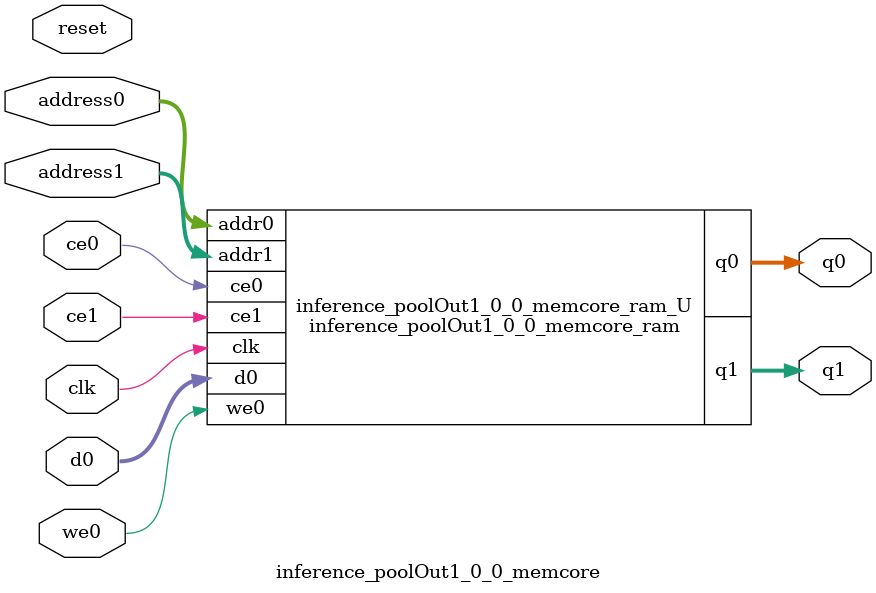
<source format=v>

`timescale 1 ns / 1 ps
module inference_poolOut1_0_0_memcore_ram (addr0, ce0, d0, we0, q0, addr1, ce1, q1,  clk);

parameter DWIDTH = 32;
parameter AWIDTH = 6;
parameter MEM_SIZE = 42;

input[AWIDTH-1:0] addr0;
input ce0;
input[DWIDTH-1:0] d0;
input we0;
output reg[DWIDTH-1:0] q0;
input[AWIDTH-1:0] addr1;
input ce1;
output reg[DWIDTH-1:0] q1;
input clk;

(* ram_style = "block" *)reg [DWIDTH-1:0] ram[MEM_SIZE-1:0];




always @(posedge clk)  
begin 
    if (ce0) 
    begin
        if (we0) 
        begin 
            ram[addr0] <= d0; 
            q0 <= d0;
        end 
        else 
            q0 <= ram[addr0];
    end
end


always @(posedge clk)  
begin 
    if (ce1) 
    begin
            q1 <= ram[addr1];
    end
end


endmodule


`timescale 1 ns / 1 ps
module inference_poolOut1_0_0_memcore(
    reset,
    clk,
    address0,
    ce0,
    we0,
    d0,
    q0,
    address1,
    ce1,
    q1);

parameter DataWidth = 32'd32;
parameter AddressRange = 32'd42;
parameter AddressWidth = 32'd6;
input reset;
input clk;
input[AddressWidth - 1:0] address0;
input ce0;
input we0;
input[DataWidth - 1:0] d0;
output[DataWidth - 1:0] q0;
input[AddressWidth - 1:0] address1;
input ce1;
output[DataWidth - 1:0] q1;



inference_poolOut1_0_0_memcore_ram inference_poolOut1_0_0_memcore_ram_U(
    .clk( clk ),
    .addr0( address0 ),
    .ce0( ce0 ),
    .d0( d0 ),
    .we0( we0 ),
    .q0( q0 ),
    .addr1( address1 ),
    .ce1( ce1 ),
    .q1( q1 ));

endmodule


</source>
